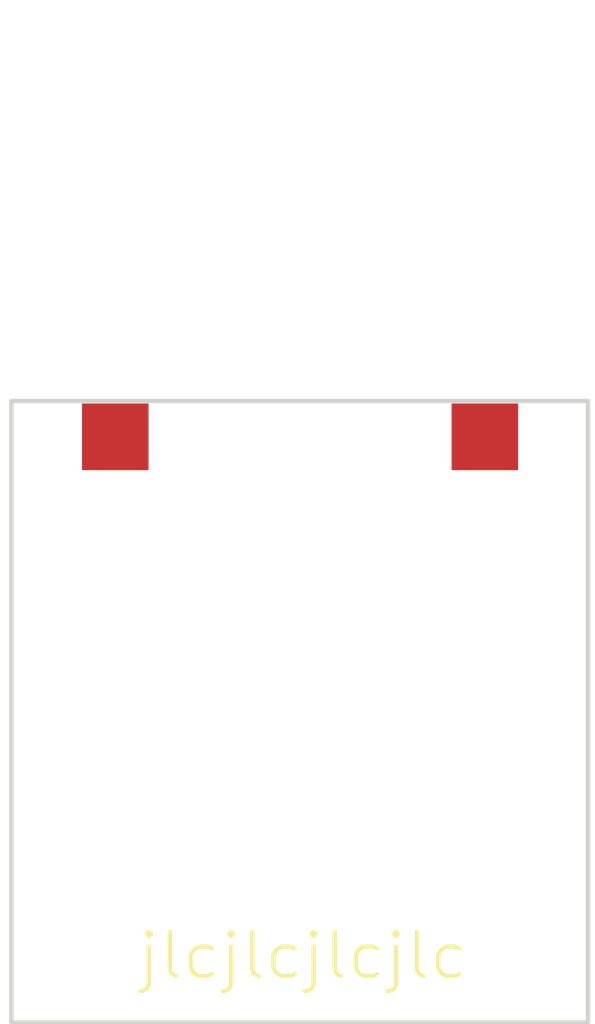
<source format=kicad_pcb>
(kicad_pcb (version 20240108) (generator "pcbnew") (generator_version "8.0")
  (layers (0 "F.Cu" signal) (31 "B.Cu" signal) (34 "B.Paste" user) (35 "F.Paste" user) (36 "B.SilkS" user "B.Silkscreen") (37 "F.SilkS" user "F.Silkscreen") (38 "B.Mask" user) (39 "F.Mask" user) (44 "Edge.Cuts" user))
  (net 0 "")
  (footprint "TestPoint:TestPoint_Pad_1.5x1.5mm" (layer "F.Cu") (at 137.297 101.899 -90)
    (property "Reference" "REF**" (hide yes))
    (property "Value" "TestPoint_Pad_1.5x1.5mm")
    (pad "1" smd rect (at 0 0 270) (size 1.5 1.5) (layers "F.Cu" "F.Mask"))
  )
  (footprint "TestPoint:TestPoint_Pad_1.5x1.5mm" (layer "F.Cu") (at 145.627 101.899 -90)
    (property "Reference" "REF**" (hide yes))
    (property "Value" "TestPoint_Pad_1.5x1.5mm")
    (pad "1" smd rect (at 0 0 270) (size 1.5 1.5) (layers "F.Cu" "F.Mask"))
  )
  (gr_line (start 143.955 115.092) (end 134.955 115.092) (stroke (width 0.1)) (layer "Edge.Cuts"))
  (gr_line (start 134.955 101.092) (end 147.955 101.092) (stroke (width 0.1)) (layer "Edge.Cuts"))
  (gr_line (start 147.955 101.092) (end 147.955 115.092) (stroke (width 0.1)) (layer "Edge.Cuts"))
  (gr_line (start 134.955 115.092) (end 134.955 101.092) (stroke (width 0.1)) (layer "Edge.Cuts"))
  (gr_line (start 143.955 115.092) (end 147.955 115.092) (stroke (width 0.1)) (layer "Edge.Cuts"))
  (gr_text "jlcjlcjlcjlc" (at 137.749 114.173 0) (layer "F.SilkS") (effects (font (size 1 1) (thickness 0.1)) (justify left bottom)))
)
</source>
